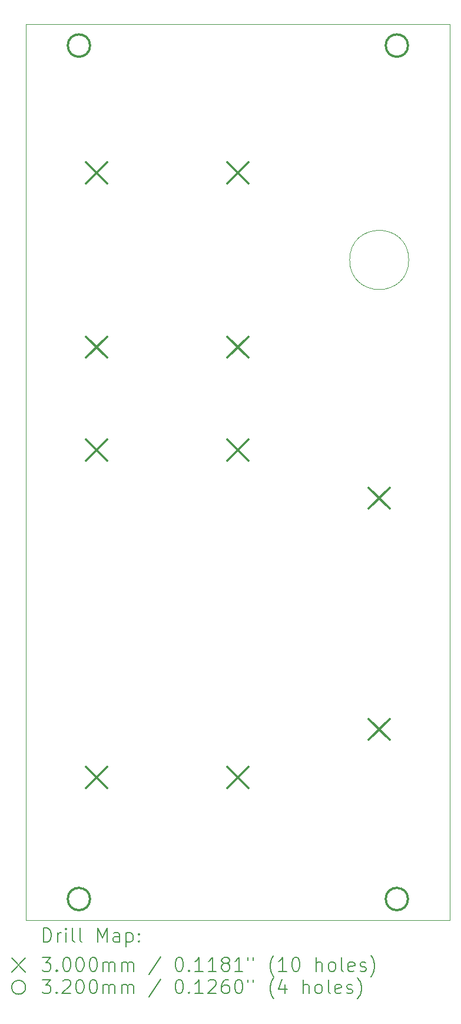
<source format=gbr>
%TF.GenerationSoftware,KiCad,Pcbnew,(6.0.9-0)*%
%TF.CreationDate,2023-02-07T08:35:39+01:00*%
%TF.ProjectId,fp_da20_panel,66705f64-6132-4305-9f70-616e656c2e6b,A*%
%TF.SameCoordinates,Original*%
%TF.FileFunction,Drillmap*%
%TF.FilePolarity,Positive*%
%FSLAX45Y45*%
G04 Gerber Fmt 4.5, Leading zero omitted, Abs format (unit mm)*
G04 Created by KiCad (PCBNEW (6.0.9-0)) date 2023-02-07 08:35:39*
%MOMM*%
%LPD*%
G01*
G04 APERTURE LIST*
%ADD10C,0.100000*%
%ADD11C,0.200000*%
%ADD12C,0.300000*%
%ADD13C,0.320000*%
G04 APERTURE END LIST*
D10*
X11093000Y-7112000D02*
G75*
G03*
X11093000Y-7112000I-425000J0D01*
G01*
X5588000Y-3732500D02*
X11684000Y-3732500D01*
X11684000Y-3732500D02*
X11684000Y-16587500D01*
X11684000Y-16587500D02*
X5588000Y-16587500D01*
X5588000Y-16587500D02*
X5588000Y-3732500D01*
D11*
D12*
X6454000Y-5712000D02*
X6754000Y-6012000D01*
X6754000Y-5712000D02*
X6454000Y-6012000D01*
X6454000Y-8212000D02*
X6754000Y-8512000D01*
X6754000Y-8212000D02*
X6454000Y-8512000D01*
X6454000Y-9692000D02*
X6754000Y-9992000D01*
X6754000Y-9692000D02*
X6454000Y-9992000D01*
X6454000Y-14392000D02*
X6754000Y-14692000D01*
X6754000Y-14392000D02*
X6454000Y-14692000D01*
X8486000Y-5712000D02*
X8786000Y-6012000D01*
X8786000Y-5712000D02*
X8486000Y-6012000D01*
X8486000Y-8212000D02*
X8786000Y-8512000D01*
X8786000Y-8212000D02*
X8486000Y-8512000D01*
X8486000Y-9692000D02*
X8786000Y-9992000D01*
X8786000Y-9692000D02*
X8486000Y-9992000D01*
X8486000Y-14392000D02*
X8786000Y-14692000D01*
X8786000Y-14392000D02*
X8486000Y-14692000D01*
X10518000Y-10382000D02*
X10818000Y-10682000D01*
X10818000Y-10382000D02*
X10518000Y-10682000D01*
X10518000Y-13702000D02*
X10818000Y-14002000D01*
X10818000Y-13702000D02*
X10518000Y-14002000D01*
D13*
X6510000Y-4035000D02*
G75*
G03*
X6510000Y-4035000I-160000J0D01*
G01*
X6510000Y-16285000D02*
G75*
G03*
X6510000Y-16285000I-160000J0D01*
G01*
X11082000Y-4035000D02*
G75*
G03*
X11082000Y-4035000I-160000J0D01*
G01*
X11082000Y-16285000D02*
G75*
G03*
X11082000Y-16285000I-160000J0D01*
G01*
D11*
X5840619Y-16902976D02*
X5840619Y-16702976D01*
X5888238Y-16702976D01*
X5916809Y-16712500D01*
X5935857Y-16731548D01*
X5945381Y-16750595D01*
X5954905Y-16788690D01*
X5954905Y-16817262D01*
X5945381Y-16855357D01*
X5935857Y-16874405D01*
X5916809Y-16893452D01*
X5888238Y-16902976D01*
X5840619Y-16902976D01*
X6040619Y-16902976D02*
X6040619Y-16769643D01*
X6040619Y-16807738D02*
X6050143Y-16788690D01*
X6059667Y-16779167D01*
X6078714Y-16769643D01*
X6097762Y-16769643D01*
X6164428Y-16902976D02*
X6164428Y-16769643D01*
X6164428Y-16702976D02*
X6154905Y-16712500D01*
X6164428Y-16722024D01*
X6173952Y-16712500D01*
X6164428Y-16702976D01*
X6164428Y-16722024D01*
X6288238Y-16902976D02*
X6269190Y-16893452D01*
X6259667Y-16874405D01*
X6259667Y-16702976D01*
X6393000Y-16902976D02*
X6373952Y-16893452D01*
X6364428Y-16874405D01*
X6364428Y-16702976D01*
X6621571Y-16902976D02*
X6621571Y-16702976D01*
X6688238Y-16845833D01*
X6754905Y-16702976D01*
X6754905Y-16902976D01*
X6935857Y-16902976D02*
X6935857Y-16798214D01*
X6926333Y-16779167D01*
X6907286Y-16769643D01*
X6869190Y-16769643D01*
X6850143Y-16779167D01*
X6935857Y-16893452D02*
X6916809Y-16902976D01*
X6869190Y-16902976D01*
X6850143Y-16893452D01*
X6840619Y-16874405D01*
X6840619Y-16855357D01*
X6850143Y-16836310D01*
X6869190Y-16826786D01*
X6916809Y-16826786D01*
X6935857Y-16817262D01*
X7031095Y-16769643D02*
X7031095Y-16969643D01*
X7031095Y-16779167D02*
X7050143Y-16769643D01*
X7088238Y-16769643D01*
X7107286Y-16779167D01*
X7116809Y-16788690D01*
X7126333Y-16807738D01*
X7126333Y-16864881D01*
X7116809Y-16883929D01*
X7107286Y-16893452D01*
X7088238Y-16902976D01*
X7050143Y-16902976D01*
X7031095Y-16893452D01*
X7212048Y-16883929D02*
X7221571Y-16893452D01*
X7212048Y-16902976D01*
X7202524Y-16893452D01*
X7212048Y-16883929D01*
X7212048Y-16902976D01*
X7212048Y-16779167D02*
X7221571Y-16788690D01*
X7212048Y-16798214D01*
X7202524Y-16788690D01*
X7212048Y-16779167D01*
X7212048Y-16798214D01*
X5383000Y-17132500D02*
X5583000Y-17332500D01*
X5583000Y-17132500D02*
X5383000Y-17332500D01*
X5821571Y-17122976D02*
X5945381Y-17122976D01*
X5878714Y-17199167D01*
X5907286Y-17199167D01*
X5926333Y-17208690D01*
X5935857Y-17218214D01*
X5945381Y-17237262D01*
X5945381Y-17284881D01*
X5935857Y-17303929D01*
X5926333Y-17313452D01*
X5907286Y-17322976D01*
X5850143Y-17322976D01*
X5831095Y-17313452D01*
X5821571Y-17303929D01*
X6031095Y-17303929D02*
X6040619Y-17313452D01*
X6031095Y-17322976D01*
X6021571Y-17313452D01*
X6031095Y-17303929D01*
X6031095Y-17322976D01*
X6164428Y-17122976D02*
X6183476Y-17122976D01*
X6202524Y-17132500D01*
X6212048Y-17142024D01*
X6221571Y-17161071D01*
X6231095Y-17199167D01*
X6231095Y-17246786D01*
X6221571Y-17284881D01*
X6212048Y-17303929D01*
X6202524Y-17313452D01*
X6183476Y-17322976D01*
X6164428Y-17322976D01*
X6145381Y-17313452D01*
X6135857Y-17303929D01*
X6126333Y-17284881D01*
X6116809Y-17246786D01*
X6116809Y-17199167D01*
X6126333Y-17161071D01*
X6135857Y-17142024D01*
X6145381Y-17132500D01*
X6164428Y-17122976D01*
X6354905Y-17122976D02*
X6373952Y-17122976D01*
X6393000Y-17132500D01*
X6402524Y-17142024D01*
X6412048Y-17161071D01*
X6421571Y-17199167D01*
X6421571Y-17246786D01*
X6412048Y-17284881D01*
X6402524Y-17303929D01*
X6393000Y-17313452D01*
X6373952Y-17322976D01*
X6354905Y-17322976D01*
X6335857Y-17313452D01*
X6326333Y-17303929D01*
X6316809Y-17284881D01*
X6307286Y-17246786D01*
X6307286Y-17199167D01*
X6316809Y-17161071D01*
X6326333Y-17142024D01*
X6335857Y-17132500D01*
X6354905Y-17122976D01*
X6545381Y-17122976D02*
X6564428Y-17122976D01*
X6583476Y-17132500D01*
X6593000Y-17142024D01*
X6602524Y-17161071D01*
X6612048Y-17199167D01*
X6612048Y-17246786D01*
X6602524Y-17284881D01*
X6593000Y-17303929D01*
X6583476Y-17313452D01*
X6564428Y-17322976D01*
X6545381Y-17322976D01*
X6526333Y-17313452D01*
X6516809Y-17303929D01*
X6507286Y-17284881D01*
X6497762Y-17246786D01*
X6497762Y-17199167D01*
X6507286Y-17161071D01*
X6516809Y-17142024D01*
X6526333Y-17132500D01*
X6545381Y-17122976D01*
X6697762Y-17322976D02*
X6697762Y-17189643D01*
X6697762Y-17208690D02*
X6707286Y-17199167D01*
X6726333Y-17189643D01*
X6754905Y-17189643D01*
X6773952Y-17199167D01*
X6783476Y-17218214D01*
X6783476Y-17322976D01*
X6783476Y-17218214D02*
X6793000Y-17199167D01*
X6812048Y-17189643D01*
X6840619Y-17189643D01*
X6859667Y-17199167D01*
X6869190Y-17218214D01*
X6869190Y-17322976D01*
X6964428Y-17322976D02*
X6964428Y-17189643D01*
X6964428Y-17208690D02*
X6973952Y-17199167D01*
X6993000Y-17189643D01*
X7021571Y-17189643D01*
X7040619Y-17199167D01*
X7050143Y-17218214D01*
X7050143Y-17322976D01*
X7050143Y-17218214D02*
X7059667Y-17199167D01*
X7078714Y-17189643D01*
X7107286Y-17189643D01*
X7126333Y-17199167D01*
X7135857Y-17218214D01*
X7135857Y-17322976D01*
X7526333Y-17113452D02*
X7354905Y-17370595D01*
X7783476Y-17122976D02*
X7802524Y-17122976D01*
X7821571Y-17132500D01*
X7831095Y-17142024D01*
X7840619Y-17161071D01*
X7850143Y-17199167D01*
X7850143Y-17246786D01*
X7840619Y-17284881D01*
X7831095Y-17303929D01*
X7821571Y-17313452D01*
X7802524Y-17322976D01*
X7783476Y-17322976D01*
X7764428Y-17313452D01*
X7754905Y-17303929D01*
X7745381Y-17284881D01*
X7735857Y-17246786D01*
X7735857Y-17199167D01*
X7745381Y-17161071D01*
X7754905Y-17142024D01*
X7764428Y-17132500D01*
X7783476Y-17122976D01*
X7935857Y-17303929D02*
X7945381Y-17313452D01*
X7935857Y-17322976D01*
X7926333Y-17313452D01*
X7935857Y-17303929D01*
X7935857Y-17322976D01*
X8135857Y-17322976D02*
X8021571Y-17322976D01*
X8078714Y-17322976D02*
X8078714Y-17122976D01*
X8059667Y-17151548D01*
X8040619Y-17170595D01*
X8021571Y-17180119D01*
X8326333Y-17322976D02*
X8212048Y-17322976D01*
X8269190Y-17322976D02*
X8269190Y-17122976D01*
X8250143Y-17151548D01*
X8231095Y-17170595D01*
X8212048Y-17180119D01*
X8440619Y-17208690D02*
X8421571Y-17199167D01*
X8412048Y-17189643D01*
X8402524Y-17170595D01*
X8402524Y-17161071D01*
X8412048Y-17142024D01*
X8421571Y-17132500D01*
X8440619Y-17122976D01*
X8478714Y-17122976D01*
X8497762Y-17132500D01*
X8507286Y-17142024D01*
X8516810Y-17161071D01*
X8516810Y-17170595D01*
X8507286Y-17189643D01*
X8497762Y-17199167D01*
X8478714Y-17208690D01*
X8440619Y-17208690D01*
X8421571Y-17218214D01*
X8412048Y-17227738D01*
X8402524Y-17246786D01*
X8402524Y-17284881D01*
X8412048Y-17303929D01*
X8421571Y-17313452D01*
X8440619Y-17322976D01*
X8478714Y-17322976D01*
X8497762Y-17313452D01*
X8507286Y-17303929D01*
X8516810Y-17284881D01*
X8516810Y-17246786D01*
X8507286Y-17227738D01*
X8497762Y-17218214D01*
X8478714Y-17208690D01*
X8707286Y-17322976D02*
X8593000Y-17322976D01*
X8650143Y-17322976D02*
X8650143Y-17122976D01*
X8631095Y-17151548D01*
X8612048Y-17170595D01*
X8593000Y-17180119D01*
X8783476Y-17122976D02*
X8783476Y-17161071D01*
X8859667Y-17122976D02*
X8859667Y-17161071D01*
X9154905Y-17399167D02*
X9145381Y-17389643D01*
X9126333Y-17361071D01*
X9116810Y-17342024D01*
X9107286Y-17313452D01*
X9097762Y-17265833D01*
X9097762Y-17227738D01*
X9107286Y-17180119D01*
X9116810Y-17151548D01*
X9126333Y-17132500D01*
X9145381Y-17103929D01*
X9154905Y-17094405D01*
X9335857Y-17322976D02*
X9221571Y-17322976D01*
X9278714Y-17322976D02*
X9278714Y-17122976D01*
X9259667Y-17151548D01*
X9240619Y-17170595D01*
X9221571Y-17180119D01*
X9459667Y-17122976D02*
X9478714Y-17122976D01*
X9497762Y-17132500D01*
X9507286Y-17142024D01*
X9516810Y-17161071D01*
X9526333Y-17199167D01*
X9526333Y-17246786D01*
X9516810Y-17284881D01*
X9507286Y-17303929D01*
X9497762Y-17313452D01*
X9478714Y-17322976D01*
X9459667Y-17322976D01*
X9440619Y-17313452D01*
X9431095Y-17303929D01*
X9421571Y-17284881D01*
X9412048Y-17246786D01*
X9412048Y-17199167D01*
X9421571Y-17161071D01*
X9431095Y-17142024D01*
X9440619Y-17132500D01*
X9459667Y-17122976D01*
X9764429Y-17322976D02*
X9764429Y-17122976D01*
X9850143Y-17322976D02*
X9850143Y-17218214D01*
X9840619Y-17199167D01*
X9821571Y-17189643D01*
X9793000Y-17189643D01*
X9773952Y-17199167D01*
X9764429Y-17208690D01*
X9973952Y-17322976D02*
X9954905Y-17313452D01*
X9945381Y-17303929D01*
X9935857Y-17284881D01*
X9935857Y-17227738D01*
X9945381Y-17208690D01*
X9954905Y-17199167D01*
X9973952Y-17189643D01*
X10002524Y-17189643D01*
X10021571Y-17199167D01*
X10031095Y-17208690D01*
X10040619Y-17227738D01*
X10040619Y-17284881D01*
X10031095Y-17303929D01*
X10021571Y-17313452D01*
X10002524Y-17322976D01*
X9973952Y-17322976D01*
X10154905Y-17322976D02*
X10135857Y-17313452D01*
X10126333Y-17294405D01*
X10126333Y-17122976D01*
X10307286Y-17313452D02*
X10288238Y-17322976D01*
X10250143Y-17322976D01*
X10231095Y-17313452D01*
X10221571Y-17294405D01*
X10221571Y-17218214D01*
X10231095Y-17199167D01*
X10250143Y-17189643D01*
X10288238Y-17189643D01*
X10307286Y-17199167D01*
X10316810Y-17218214D01*
X10316810Y-17237262D01*
X10221571Y-17256310D01*
X10393000Y-17313452D02*
X10412048Y-17322976D01*
X10450143Y-17322976D01*
X10469190Y-17313452D01*
X10478714Y-17294405D01*
X10478714Y-17284881D01*
X10469190Y-17265833D01*
X10450143Y-17256310D01*
X10421571Y-17256310D01*
X10402524Y-17246786D01*
X10393000Y-17227738D01*
X10393000Y-17218214D01*
X10402524Y-17199167D01*
X10421571Y-17189643D01*
X10450143Y-17189643D01*
X10469190Y-17199167D01*
X10545381Y-17399167D02*
X10554905Y-17389643D01*
X10573952Y-17361071D01*
X10583476Y-17342024D01*
X10593000Y-17313452D01*
X10602524Y-17265833D01*
X10602524Y-17227738D01*
X10593000Y-17180119D01*
X10583476Y-17151548D01*
X10573952Y-17132500D01*
X10554905Y-17103929D01*
X10545381Y-17094405D01*
X5583000Y-17552500D02*
G75*
G03*
X5583000Y-17552500I-100000J0D01*
G01*
X5821571Y-17442976D02*
X5945381Y-17442976D01*
X5878714Y-17519167D01*
X5907286Y-17519167D01*
X5926333Y-17528690D01*
X5935857Y-17538214D01*
X5945381Y-17557262D01*
X5945381Y-17604881D01*
X5935857Y-17623929D01*
X5926333Y-17633452D01*
X5907286Y-17642976D01*
X5850143Y-17642976D01*
X5831095Y-17633452D01*
X5821571Y-17623929D01*
X6031095Y-17623929D02*
X6040619Y-17633452D01*
X6031095Y-17642976D01*
X6021571Y-17633452D01*
X6031095Y-17623929D01*
X6031095Y-17642976D01*
X6116809Y-17462024D02*
X6126333Y-17452500D01*
X6145381Y-17442976D01*
X6193000Y-17442976D01*
X6212048Y-17452500D01*
X6221571Y-17462024D01*
X6231095Y-17481071D01*
X6231095Y-17500119D01*
X6221571Y-17528690D01*
X6107286Y-17642976D01*
X6231095Y-17642976D01*
X6354905Y-17442976D02*
X6373952Y-17442976D01*
X6393000Y-17452500D01*
X6402524Y-17462024D01*
X6412048Y-17481071D01*
X6421571Y-17519167D01*
X6421571Y-17566786D01*
X6412048Y-17604881D01*
X6402524Y-17623929D01*
X6393000Y-17633452D01*
X6373952Y-17642976D01*
X6354905Y-17642976D01*
X6335857Y-17633452D01*
X6326333Y-17623929D01*
X6316809Y-17604881D01*
X6307286Y-17566786D01*
X6307286Y-17519167D01*
X6316809Y-17481071D01*
X6326333Y-17462024D01*
X6335857Y-17452500D01*
X6354905Y-17442976D01*
X6545381Y-17442976D02*
X6564428Y-17442976D01*
X6583476Y-17452500D01*
X6593000Y-17462024D01*
X6602524Y-17481071D01*
X6612048Y-17519167D01*
X6612048Y-17566786D01*
X6602524Y-17604881D01*
X6593000Y-17623929D01*
X6583476Y-17633452D01*
X6564428Y-17642976D01*
X6545381Y-17642976D01*
X6526333Y-17633452D01*
X6516809Y-17623929D01*
X6507286Y-17604881D01*
X6497762Y-17566786D01*
X6497762Y-17519167D01*
X6507286Y-17481071D01*
X6516809Y-17462024D01*
X6526333Y-17452500D01*
X6545381Y-17442976D01*
X6697762Y-17642976D02*
X6697762Y-17509643D01*
X6697762Y-17528690D02*
X6707286Y-17519167D01*
X6726333Y-17509643D01*
X6754905Y-17509643D01*
X6773952Y-17519167D01*
X6783476Y-17538214D01*
X6783476Y-17642976D01*
X6783476Y-17538214D02*
X6793000Y-17519167D01*
X6812048Y-17509643D01*
X6840619Y-17509643D01*
X6859667Y-17519167D01*
X6869190Y-17538214D01*
X6869190Y-17642976D01*
X6964428Y-17642976D02*
X6964428Y-17509643D01*
X6964428Y-17528690D02*
X6973952Y-17519167D01*
X6993000Y-17509643D01*
X7021571Y-17509643D01*
X7040619Y-17519167D01*
X7050143Y-17538214D01*
X7050143Y-17642976D01*
X7050143Y-17538214D02*
X7059667Y-17519167D01*
X7078714Y-17509643D01*
X7107286Y-17509643D01*
X7126333Y-17519167D01*
X7135857Y-17538214D01*
X7135857Y-17642976D01*
X7526333Y-17433452D02*
X7354905Y-17690595D01*
X7783476Y-17442976D02*
X7802524Y-17442976D01*
X7821571Y-17452500D01*
X7831095Y-17462024D01*
X7840619Y-17481071D01*
X7850143Y-17519167D01*
X7850143Y-17566786D01*
X7840619Y-17604881D01*
X7831095Y-17623929D01*
X7821571Y-17633452D01*
X7802524Y-17642976D01*
X7783476Y-17642976D01*
X7764428Y-17633452D01*
X7754905Y-17623929D01*
X7745381Y-17604881D01*
X7735857Y-17566786D01*
X7735857Y-17519167D01*
X7745381Y-17481071D01*
X7754905Y-17462024D01*
X7764428Y-17452500D01*
X7783476Y-17442976D01*
X7935857Y-17623929D02*
X7945381Y-17633452D01*
X7935857Y-17642976D01*
X7926333Y-17633452D01*
X7935857Y-17623929D01*
X7935857Y-17642976D01*
X8135857Y-17642976D02*
X8021571Y-17642976D01*
X8078714Y-17642976D02*
X8078714Y-17442976D01*
X8059667Y-17471548D01*
X8040619Y-17490595D01*
X8021571Y-17500119D01*
X8212048Y-17462024D02*
X8221571Y-17452500D01*
X8240619Y-17442976D01*
X8288238Y-17442976D01*
X8307286Y-17452500D01*
X8316809Y-17462024D01*
X8326333Y-17481071D01*
X8326333Y-17500119D01*
X8316809Y-17528690D01*
X8202524Y-17642976D01*
X8326333Y-17642976D01*
X8497762Y-17442976D02*
X8459667Y-17442976D01*
X8440619Y-17452500D01*
X8431095Y-17462024D01*
X8412048Y-17490595D01*
X8402524Y-17528690D01*
X8402524Y-17604881D01*
X8412048Y-17623929D01*
X8421571Y-17633452D01*
X8440619Y-17642976D01*
X8478714Y-17642976D01*
X8497762Y-17633452D01*
X8507286Y-17623929D01*
X8516810Y-17604881D01*
X8516810Y-17557262D01*
X8507286Y-17538214D01*
X8497762Y-17528690D01*
X8478714Y-17519167D01*
X8440619Y-17519167D01*
X8421571Y-17528690D01*
X8412048Y-17538214D01*
X8402524Y-17557262D01*
X8640619Y-17442976D02*
X8659667Y-17442976D01*
X8678714Y-17452500D01*
X8688238Y-17462024D01*
X8697762Y-17481071D01*
X8707286Y-17519167D01*
X8707286Y-17566786D01*
X8697762Y-17604881D01*
X8688238Y-17623929D01*
X8678714Y-17633452D01*
X8659667Y-17642976D01*
X8640619Y-17642976D01*
X8621571Y-17633452D01*
X8612048Y-17623929D01*
X8602524Y-17604881D01*
X8593000Y-17566786D01*
X8593000Y-17519167D01*
X8602524Y-17481071D01*
X8612048Y-17462024D01*
X8621571Y-17452500D01*
X8640619Y-17442976D01*
X8783476Y-17442976D02*
X8783476Y-17481071D01*
X8859667Y-17442976D02*
X8859667Y-17481071D01*
X9154905Y-17719167D02*
X9145381Y-17709643D01*
X9126333Y-17681071D01*
X9116810Y-17662024D01*
X9107286Y-17633452D01*
X9097762Y-17585833D01*
X9097762Y-17547738D01*
X9107286Y-17500119D01*
X9116810Y-17471548D01*
X9126333Y-17452500D01*
X9145381Y-17423929D01*
X9154905Y-17414405D01*
X9316810Y-17509643D02*
X9316810Y-17642976D01*
X9269190Y-17433452D02*
X9221571Y-17576310D01*
X9345381Y-17576310D01*
X9573952Y-17642976D02*
X9573952Y-17442976D01*
X9659667Y-17642976D02*
X9659667Y-17538214D01*
X9650143Y-17519167D01*
X9631095Y-17509643D01*
X9602524Y-17509643D01*
X9583476Y-17519167D01*
X9573952Y-17528690D01*
X9783476Y-17642976D02*
X9764429Y-17633452D01*
X9754905Y-17623929D01*
X9745381Y-17604881D01*
X9745381Y-17547738D01*
X9754905Y-17528690D01*
X9764429Y-17519167D01*
X9783476Y-17509643D01*
X9812048Y-17509643D01*
X9831095Y-17519167D01*
X9840619Y-17528690D01*
X9850143Y-17547738D01*
X9850143Y-17604881D01*
X9840619Y-17623929D01*
X9831095Y-17633452D01*
X9812048Y-17642976D01*
X9783476Y-17642976D01*
X9964429Y-17642976D02*
X9945381Y-17633452D01*
X9935857Y-17614405D01*
X9935857Y-17442976D01*
X10116810Y-17633452D02*
X10097762Y-17642976D01*
X10059667Y-17642976D01*
X10040619Y-17633452D01*
X10031095Y-17614405D01*
X10031095Y-17538214D01*
X10040619Y-17519167D01*
X10059667Y-17509643D01*
X10097762Y-17509643D01*
X10116810Y-17519167D01*
X10126333Y-17538214D01*
X10126333Y-17557262D01*
X10031095Y-17576310D01*
X10202524Y-17633452D02*
X10221571Y-17642976D01*
X10259667Y-17642976D01*
X10278714Y-17633452D01*
X10288238Y-17614405D01*
X10288238Y-17604881D01*
X10278714Y-17585833D01*
X10259667Y-17576310D01*
X10231095Y-17576310D01*
X10212048Y-17566786D01*
X10202524Y-17547738D01*
X10202524Y-17538214D01*
X10212048Y-17519167D01*
X10231095Y-17509643D01*
X10259667Y-17509643D01*
X10278714Y-17519167D01*
X10354905Y-17719167D02*
X10364429Y-17709643D01*
X10383476Y-17681071D01*
X10393000Y-17662024D01*
X10402524Y-17633452D01*
X10412048Y-17585833D01*
X10412048Y-17547738D01*
X10402524Y-17500119D01*
X10393000Y-17471548D01*
X10383476Y-17452500D01*
X10364429Y-17423929D01*
X10354905Y-17414405D01*
M02*

</source>
